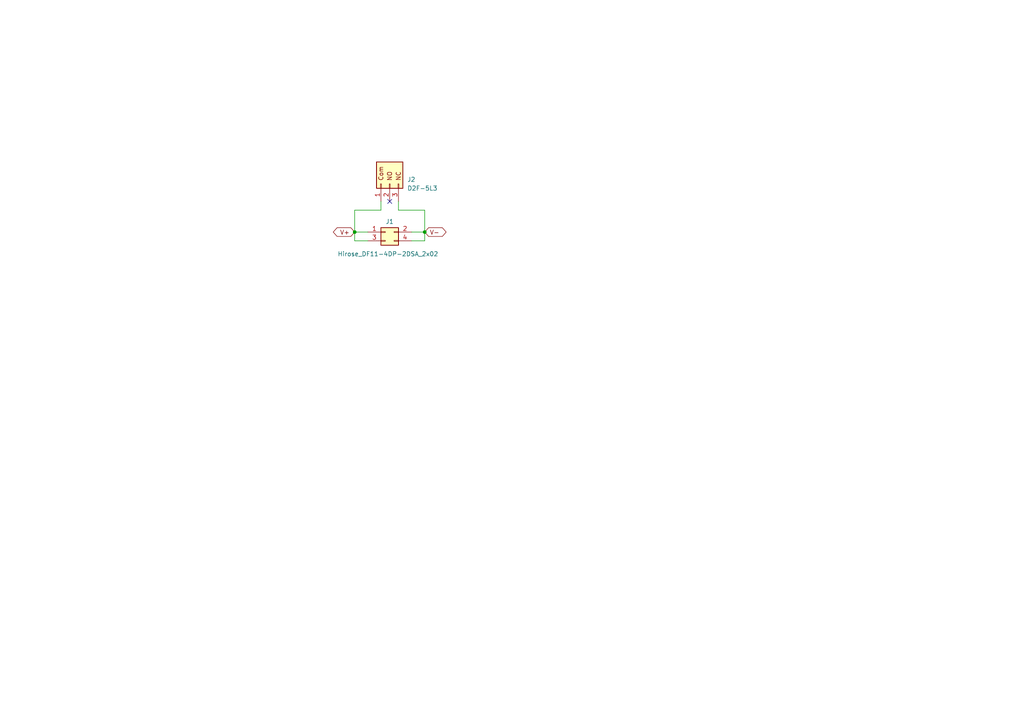
<source format=kicad_sch>
(kicad_sch (version 20250114) (generator "eeschema") (generator_version "9.0")
  (paper "A4")
  (lib_symbols
    (symbol "Connector_Generic:Conn_01x03" (pin_names (offset 1.016) (hide yes))
      (property "Reference" "J2" (at 1.2701 -5.08 90))
      (property "Value" "Conn_01x03" (at -1.2699 -5.08 90))
      (symbol "Conn_01x03_1_1"
        (rectangle (start -1.27 3.81) (end 6.35 -3.81) (stroke (width 0.254)) (fill (type background)))
        (rectangle (start -1.27 2.667) (end 0 2.413) (stroke (width 0.1524)))
        (rectangle (start -1.27 0.127) (end 0 -0.127) (stroke (width 0.1524)))
        (rectangle (start -1.27 -2.413) (end 0 -2.667) (stroke (width 0.1524)))
        (text "NO" (at 2.286 0 0) (effects (font (size 1.27 1.27))))
        (text "NC" (at 2.286 -2.54 0) (effects (font (size 1.27 1.27))))
        (text "Com" (at 3.048 2.54 0) (effects (font (size 1.27 1.27))))
        (pin passive line (at -5.08 2.54 0) (length 3.81) (name "Common") (number "1"))
        (pin passive line (at -5.08 0 0) (length 3.81) (name "Pin_2") (number "2"))
        (pin passive line (at -5.08 -2.54 0) (length 3.81) (name "Pin_3") (number "3"))
      )
    )
    (symbol "Connector_Generic:Conn_02x02_Odd_Even" (pin_names (offset 1.016) (hide yes))
      (property "Reference" "J" (at 1.27 2.54 0))
      (property "Value" "Conn_02x02_Odd_Even" (at 1.27 -5.08 0))
      (symbol "Conn_02x02_Odd_Even_1_1"
        (rectangle (start -1.27 1.27) (end 3.81 -3.81) (stroke (width 0.254)) (fill (type background)))
        (rectangle (start -1.27 0.127) (end 0 -0.127) (stroke (width 0.1524)))
        (rectangle (start -1.27 -2.413) (end 0 -2.667) (stroke (width 0.1524)))
        (rectangle (start 3.81 0.127) (end 2.54 -0.127) (stroke (width 0.1524)))
        (rectangle (start 3.81 -2.413) (end 2.54 -2.667) (stroke (width 0.1524)))
        (pin passive line (at -5.08 0 0) (length 3.81) (name "Pin_1") (number "1"))
        (pin passive line (at -5.08 -2.54 0) (length 3.81) (name "Pin_3") (number "3"))
        (pin passive line (at 7.62 0 180) (length 3.81) (name "Pin_2") (number "2"))
        (pin passive line (at 7.62 -2.54 180) (length 3.81) (name "Pin_4") (number "4"))
      )
    )
  )
  (junction (at 123.19 67.31))
  (junction (at 102.87 67.31))
  (no_connect (at 113.03 58.42))
  (wire (pts (xy 123.19 60.96) (xy 123.19 67.31)))
  (wire (pts (xy 102.87 67.31) (xy 106.68 67.31)))
  (wire (pts (xy 110.49 60.96) (xy 110.49 58.42)))
  (wire (pts (xy 102.87 67.31) (xy 102.87 69.85)))
  (wire (pts (xy 102.87 69.85) (xy 106.68 69.85)))
  (wire (pts (xy 102.87 67.31) (xy 102.87 60.96)))
  (wire (pts (xy 115.57 60.96) (xy 123.19 60.96)))
  (wire (pts (xy 119.38 67.31) (xy 123.19 67.31)))
  (wire (pts (xy 102.87 60.96) (xy 110.49 60.96)))
  (wire (pts (xy 119.38 69.85) (xy 123.19 69.85)))
  (wire (pts (xy 115.57 58.42) (xy 115.57 60.96)))
  (wire (pts (xy 123.19 67.31) (xy 123.19 69.85)))
  (global_label "V-" (shape bidirectional) (at 123.19 67.31 0) (property "Intersheetrefs" "${INTERSHEET_REFS}" (effects (hide yes))))
  (global_label "V+" (shape bidirectional) (at 102.87 67.31 180) (property "Intersheetrefs" "${INTERSHEET_REFS}" (effects (hide yes))))
  (symbol (lib_id "Connector_Generic:Conn_01x03") (at 113.03 53.34 90) (unit 1)
    (property "Reference" "J2" (at 118.11 52.0699 90) (effects (justify right)))
    (property "Value" "D2F-5L3" (at 118.11 54.6099 90) (effects (justify right)))
    (property "Description" "Generic connector, single row, 01x03, script generated (kicad-library-utils/schlib/autogen/connector/)" (effects (hide yes)))
  )
  (symbol (lib_id "Connector_Generic:Conn_02x02_Odd_Even") (at 111.76 67.31 0) (unit 1)
    (property "Reference" "J1" (at 113.03 64.262 0))
    (property "Value" "Hirose_DF11-4DP-2DSA_2x02" (at 112.522 73.66 0))
    (property "Footprint" "Connector_Hirose:Hirose_DF11-4DP-2DSA_2x02_P2.00mm_Vertical" (effects (hide yes)))
    (property "Description" "Generic connector, double row, 02x02, odd/even pin numbering scheme (row 1 odd numbers, row 2 even numbers), script generated (kicad-library-utils/schlib/autogen/connector/)" (effects (hide yes)))
  )
)
</source>
